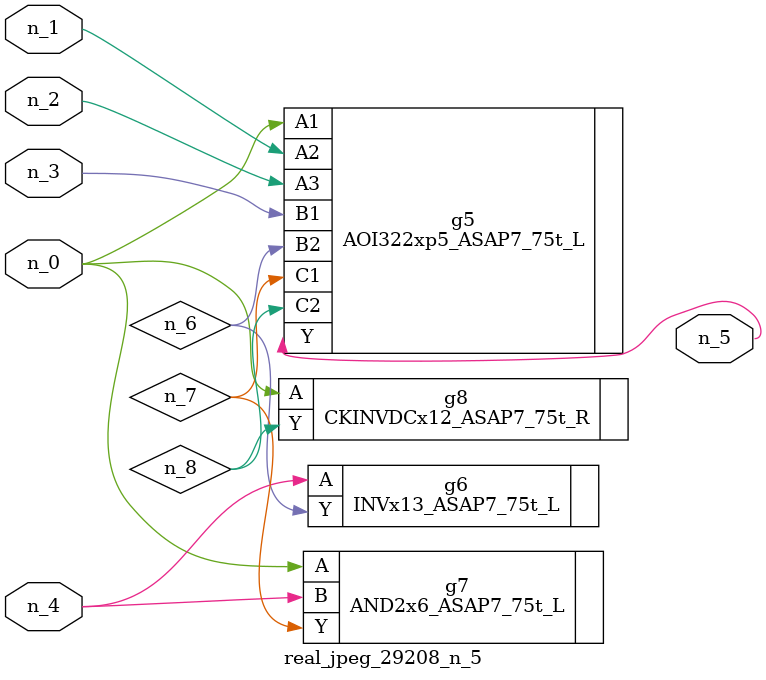
<source format=v>
module real_jpeg_29208_n_5 (n_4, n_0, n_1, n_2, n_3, n_5);

input n_4;
input n_0;
input n_1;
input n_2;
input n_3;

output n_5;

wire n_8;
wire n_6;
wire n_7;

AOI322xp5_ASAP7_75t_L g5 ( 
.A1(n_0),
.A2(n_1),
.A3(n_2),
.B1(n_3),
.B2(n_6),
.C1(n_7),
.C2(n_8),
.Y(n_5)
);

AND2x6_ASAP7_75t_L g7 ( 
.A(n_0),
.B(n_4),
.Y(n_7)
);

CKINVDCx12_ASAP7_75t_R g8 ( 
.A(n_0),
.Y(n_8)
);

INVx13_ASAP7_75t_L g6 ( 
.A(n_4),
.Y(n_6)
);


endmodule
</source>
